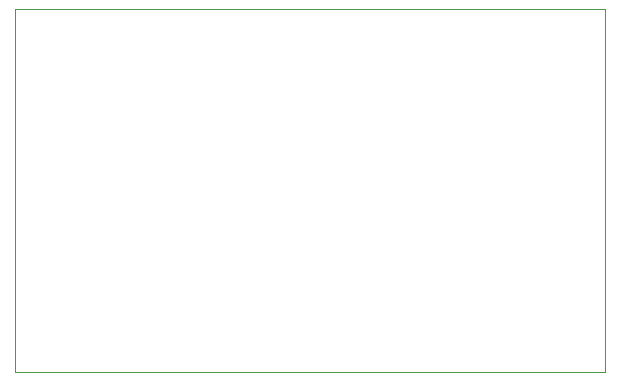
<source format=gbr>
%TF.GenerationSoftware,KiCad,Pcbnew,(6.0.2)*%
%TF.CreationDate,2022-11-22T23:48:31+01:00*%
%TF.ProjectId,CANap_,43414e61-70e9-42e6-9b69-6361645f7063,rev?*%
%TF.SameCoordinates,Original*%
%TF.FileFunction,Profile,NP*%
%FSLAX46Y46*%
G04 Gerber Fmt 4.6, Leading zero omitted, Abs format (unit mm)*
G04 Created by KiCad (PCBNEW (6.0.2)) date 2022-11-22 23:48:31*
%MOMM*%
%LPD*%
G01*
G04 APERTURE LIST*
%TA.AperFunction,Profile*%
%ADD10C,0.100000*%
%TD*%
G04 APERTURE END LIST*
D10*
X129650000Y-67550000D02*
X179550000Y-67550000D01*
X179550000Y-67550000D02*
X179550000Y-98300000D01*
X179550000Y-98300000D02*
X129650000Y-98300000D01*
X129650000Y-98300000D02*
X129650000Y-67550000D01*
M02*

</source>
